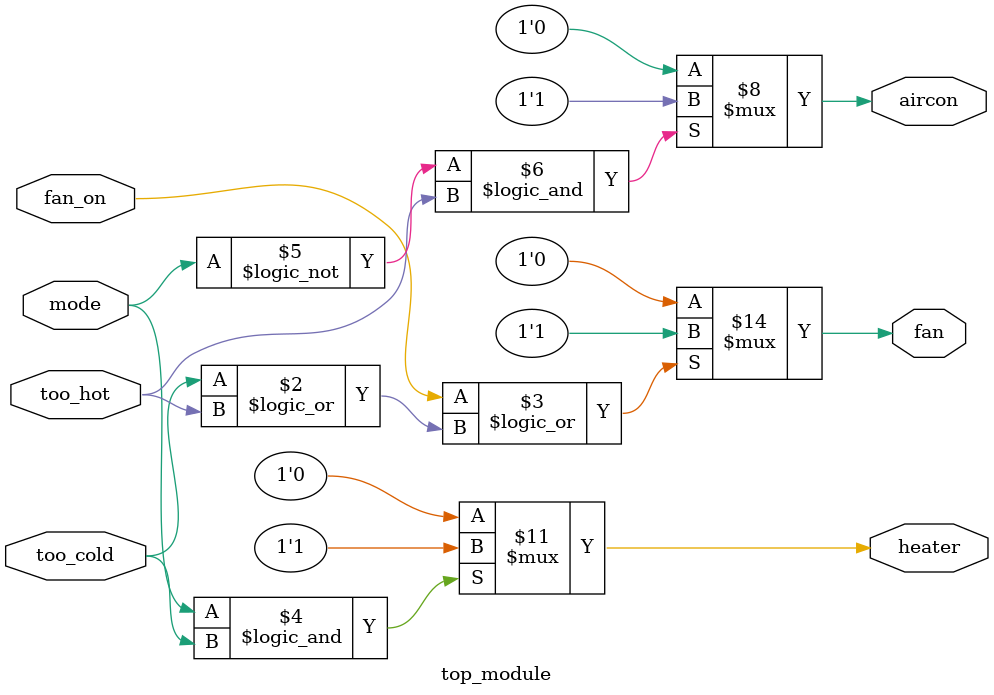
<source format=sv>
module top_module(
    input mode,
    input too_cold,
    input too_hot,
    input fan_on,
    output reg heater,
    output reg aircon,
    output reg fan
);

always @(*) begin
    // Default values
    heater = 0;
    aircon = 0;
    fan = 0;

    // Fan control
    if (fan_on || (too_cold || too_hot)) begin
        fan = 1;
    end

    // Heater control in heating mode
    if (mode && too_cold) begin
        heater = 1;
    end

    // Air conditioner control in cooling mode
    if (!mode && too_hot) begin
        aircon = 1;
    end
end

endmodule

</source>
